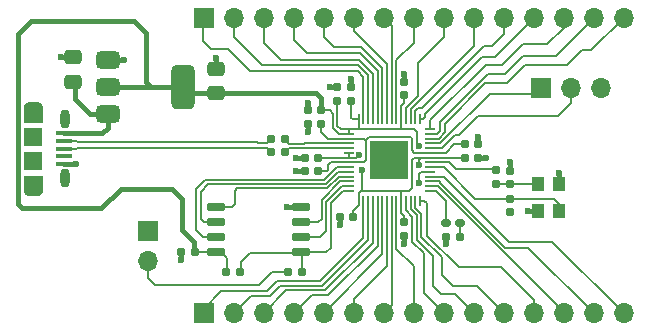
<source format=gbr>
%TF.GenerationSoftware,KiCad,Pcbnew,8.0.2*%
%TF.CreationDate,2024-09-05T22:56:16-06:00*%
%TF.ProjectId,2024_June_RP2040,32303234-5f4a-4756-9e65-5f5250323034,rev?*%
%TF.SameCoordinates,Original*%
%TF.FileFunction,Copper,L1,Top*%
%TF.FilePolarity,Positive*%
%FSLAX46Y46*%
G04 Gerber Fmt 4.6, Leading zero omitted, Abs format (unit mm)*
G04 Created by KiCad (PCBNEW 8.0.2) date 2024-09-05 22:56:16*
%MOMM*%
%LPD*%
G01*
G04 APERTURE LIST*
G04 Aperture macros list*
%AMRoundRect*
0 Rectangle with rounded corners*
0 $1 Rounding radius*
0 $2 $3 $4 $5 $6 $7 $8 $9 X,Y pos of 4 corners*
0 Add a 4 corners polygon primitive as box body*
4,1,4,$2,$3,$4,$5,$6,$7,$8,$9,$2,$3,0*
0 Add four circle primitives for the rounded corners*
1,1,$1+$1,$2,$3*
1,1,$1+$1,$4,$5*
1,1,$1+$1,$6,$7*
1,1,$1+$1,$8,$9*
0 Add four rect primitives between the rounded corners*
20,1,$1+$1,$2,$3,$4,$5,0*
20,1,$1+$1,$4,$5,$6,$7,0*
20,1,$1+$1,$6,$7,$8,$9,0*
20,1,$1+$1,$8,$9,$2,$3,0*%
G04 Aperture macros list end*
%TA.AperFunction,EtchedComponent*%
%ADD10C,0.010000*%
%TD*%
%TA.AperFunction,SMDPad,CuDef*%
%ADD11RoundRect,0.155000X-0.212500X-0.155000X0.212500X-0.155000X0.212500X0.155000X-0.212500X0.155000X0*%
%TD*%
%TA.AperFunction,ComponentPad*%
%ADD12R,1.700000X1.700000*%
%TD*%
%TA.AperFunction,ComponentPad*%
%ADD13O,1.700000X1.700000*%
%TD*%
%TA.AperFunction,SMDPad,CuDef*%
%ADD14RoundRect,0.160000X0.197500X0.160000X-0.197500X0.160000X-0.197500X-0.160000X0.197500X-0.160000X0*%
%TD*%
%TA.AperFunction,SMDPad,CuDef*%
%ADD15RoundRect,0.160000X-0.197500X-0.160000X0.197500X-0.160000X0.197500X0.160000X-0.197500X0.160000X0*%
%TD*%
%TA.AperFunction,SMDPad,CuDef*%
%ADD16RoundRect,0.160000X0.222500X0.160000X-0.222500X0.160000X-0.222500X-0.160000X0.222500X-0.160000X0*%
%TD*%
%TA.AperFunction,SMDPad,CuDef*%
%ADD17RoundRect,0.160000X-0.160000X0.197500X-0.160000X-0.197500X0.160000X-0.197500X0.160000X0.197500X0*%
%TD*%
%TA.AperFunction,SMDPad,CuDef*%
%ADD18R,1.050000X1.300000*%
%TD*%
%TA.AperFunction,SMDPad,CuDef*%
%ADD19RoundRect,0.155000X0.212500X0.155000X-0.212500X0.155000X-0.212500X-0.155000X0.212500X-0.155000X0*%
%TD*%
%TA.AperFunction,SMDPad,CuDef*%
%ADD20R,1.350000X0.400000*%
%TD*%
%TA.AperFunction,ComponentPad*%
%ADD21O,0.800000X1.600000*%
%TD*%
%TA.AperFunction,ComponentPad*%
%ADD22O,1.500000X0.750000*%
%TD*%
%TA.AperFunction,SMDPad,CuDef*%
%ADD23R,1.550000X1.500000*%
%TD*%
%TA.AperFunction,SMDPad,CuDef*%
%ADD24RoundRect,0.155000X-0.155000X0.212500X-0.155000X-0.212500X0.155000X-0.212500X0.155000X0.212500X0*%
%TD*%
%TA.AperFunction,SMDPad,CuDef*%
%ADD25RoundRect,0.155000X0.155000X-0.212500X0.155000X0.212500X-0.155000X0.212500X-0.155000X-0.212500X0*%
%TD*%
%TA.AperFunction,SMDPad,CuDef*%
%ADD26RoundRect,0.250000X0.475000X-0.337500X0.475000X0.337500X-0.475000X0.337500X-0.475000X-0.337500X0*%
%TD*%
%TA.AperFunction,SMDPad,CuDef*%
%ADD27RoundRect,0.150000X0.650000X0.150000X-0.650000X0.150000X-0.650000X-0.150000X0.650000X-0.150000X0*%
%TD*%
%TA.AperFunction,SMDPad,CuDef*%
%ADD28RoundRect,0.375000X-0.625000X-0.375000X0.625000X-0.375000X0.625000X0.375000X-0.625000X0.375000X0*%
%TD*%
%TA.AperFunction,SMDPad,CuDef*%
%ADD29RoundRect,0.500000X-0.500000X-1.400000X0.500000X-1.400000X0.500000X1.400000X-0.500000X1.400000X0*%
%TD*%
%TA.AperFunction,SMDPad,CuDef*%
%ADD30RoundRect,0.050000X0.050000X-0.387500X0.050000X0.387500X-0.050000X0.387500X-0.050000X-0.387500X0*%
%TD*%
%TA.AperFunction,SMDPad,CuDef*%
%ADD31RoundRect,0.050000X0.387500X-0.050000X0.387500X0.050000X-0.387500X0.050000X-0.387500X-0.050000X0*%
%TD*%
%TA.AperFunction,HeatsinkPad*%
%ADD32R,3.200000X3.200000*%
%TD*%
%TA.AperFunction,ViaPad*%
%ADD33C,0.600000*%
%TD*%
%TA.AperFunction,Conductor*%
%ADD34C,0.152400*%
%TD*%
%TA.AperFunction,Conductor*%
%ADD35C,0.381000*%
%TD*%
%TA.AperFunction,Conductor*%
%ADD36C,0.203200*%
%TD*%
%TA.AperFunction,Conductor*%
%ADD37C,0.200000*%
%TD*%
G04 APERTURE END LIST*
D10*
%TO.C,J2*%
X86094600Y-64900800D02*
X86120600Y-64902800D01*
X86146600Y-64905800D01*
X86172600Y-64910800D01*
X86197600Y-64916800D01*
X86223600Y-64923800D01*
X86247600Y-64932800D01*
X86271600Y-64942800D01*
X86295600Y-64953800D01*
X86318600Y-64966800D01*
X86340600Y-64980800D01*
X86362600Y-64994800D01*
X86383600Y-65010800D01*
X86403600Y-65027800D01*
X86422600Y-65045800D01*
X86440600Y-65064800D01*
X86457600Y-65084800D01*
X86473600Y-65105800D01*
X86487600Y-65127800D01*
X86501600Y-65149800D01*
X86514600Y-65172800D01*
X86525600Y-65196800D01*
X86535600Y-65220800D01*
X86544600Y-65244800D01*
X86551600Y-65270800D01*
X86557600Y-65295800D01*
X86562600Y-65321800D01*
X86565600Y-65347800D01*
X86567600Y-65373800D01*
X86568600Y-65399800D01*
X86568600Y-66544800D01*
X85018600Y-66544800D01*
X85018600Y-65399800D01*
X85019600Y-65373800D01*
X85021600Y-65347800D01*
X85024600Y-65321800D01*
X85029600Y-65295800D01*
X85035600Y-65270800D01*
X85042600Y-65244800D01*
X85051600Y-65220800D01*
X85061600Y-65196800D01*
X85072600Y-65172800D01*
X85085600Y-65149800D01*
X85099600Y-65127800D01*
X85113600Y-65105800D01*
X85129600Y-65084800D01*
X85146600Y-65064800D01*
X85164600Y-65045800D01*
X85183600Y-65027800D01*
X85203600Y-65010800D01*
X85224600Y-64994800D01*
X85246600Y-64980800D01*
X85268600Y-64966800D01*
X85291600Y-64953800D01*
X85315600Y-64942800D01*
X85339600Y-64932800D01*
X85363600Y-64923800D01*
X85389600Y-64916800D01*
X85414600Y-64910800D01*
X85440600Y-64905800D01*
X85466600Y-64902800D01*
X85492600Y-64900800D01*
X85518600Y-64899800D01*
X86068600Y-64899800D01*
X86094600Y-64900800D01*
%TA.AperFunction,EtchedComponent*%
G36*
X86094600Y-64900800D02*
G01*
X86120600Y-64902800D01*
X86146600Y-64905800D01*
X86172600Y-64910800D01*
X86197600Y-64916800D01*
X86223600Y-64923800D01*
X86247600Y-64932800D01*
X86271600Y-64942800D01*
X86295600Y-64953800D01*
X86318600Y-64966800D01*
X86340600Y-64980800D01*
X86362600Y-64994800D01*
X86383600Y-65010800D01*
X86403600Y-65027800D01*
X86422600Y-65045800D01*
X86440600Y-65064800D01*
X86457600Y-65084800D01*
X86473600Y-65105800D01*
X86487600Y-65127800D01*
X86501600Y-65149800D01*
X86514600Y-65172800D01*
X86525600Y-65196800D01*
X86535600Y-65220800D01*
X86544600Y-65244800D01*
X86551600Y-65270800D01*
X86557600Y-65295800D01*
X86562600Y-65321800D01*
X86565600Y-65347800D01*
X86567600Y-65373800D01*
X86568600Y-65399800D01*
X86568600Y-66544800D01*
X85018600Y-66544800D01*
X85018600Y-65399800D01*
X85019600Y-65373800D01*
X85021600Y-65347800D01*
X85024600Y-65321800D01*
X85029600Y-65295800D01*
X85035600Y-65270800D01*
X85042600Y-65244800D01*
X85051600Y-65220800D01*
X85061600Y-65196800D01*
X85072600Y-65172800D01*
X85085600Y-65149800D01*
X85099600Y-65127800D01*
X85113600Y-65105800D01*
X85129600Y-65084800D01*
X85146600Y-65064800D01*
X85164600Y-65045800D01*
X85183600Y-65027800D01*
X85203600Y-65010800D01*
X85224600Y-64994800D01*
X85246600Y-64980800D01*
X85268600Y-64966800D01*
X85291600Y-64953800D01*
X85315600Y-64942800D01*
X85339600Y-64932800D01*
X85363600Y-64923800D01*
X85389600Y-64916800D01*
X85414600Y-64910800D01*
X85440600Y-64905800D01*
X85466600Y-64902800D01*
X85492600Y-64900800D01*
X85518600Y-64899800D01*
X86068600Y-64899800D01*
X86094600Y-64900800D01*
G37*
%TD.AperFunction*%
X86568600Y-72289800D02*
X86567600Y-72315800D01*
X86565600Y-72341800D01*
X86562600Y-72367800D01*
X86557600Y-72393800D01*
X86551600Y-72418800D01*
X86544600Y-72444800D01*
X86535600Y-72468800D01*
X86525600Y-72492800D01*
X86514600Y-72516800D01*
X86501600Y-72539800D01*
X86487600Y-72561800D01*
X86473600Y-72583800D01*
X86457600Y-72604800D01*
X86440600Y-72624800D01*
X86422600Y-72643800D01*
X86403600Y-72661800D01*
X86383600Y-72678800D01*
X86362600Y-72694800D01*
X86340600Y-72708800D01*
X86318600Y-72722800D01*
X86295600Y-72735800D01*
X86271600Y-72746800D01*
X86247600Y-72756800D01*
X86223600Y-72765800D01*
X86197600Y-72772800D01*
X86172600Y-72778800D01*
X86146600Y-72783800D01*
X86120600Y-72786800D01*
X86094600Y-72788800D01*
X86068600Y-72789800D01*
X85518600Y-72789800D01*
X85492600Y-72788800D01*
X85466600Y-72786800D01*
X85440600Y-72783800D01*
X85414600Y-72778800D01*
X85389600Y-72772800D01*
X85363600Y-72765800D01*
X85339600Y-72756800D01*
X85315600Y-72746800D01*
X85291600Y-72735800D01*
X85268600Y-72722800D01*
X85246600Y-72708800D01*
X85224600Y-72694800D01*
X85203600Y-72678800D01*
X85183600Y-72661800D01*
X85164600Y-72643800D01*
X85146600Y-72624800D01*
X85129600Y-72604800D01*
X85113600Y-72583800D01*
X85099600Y-72561800D01*
X85085600Y-72539800D01*
X85072600Y-72516800D01*
X85061600Y-72492800D01*
X85051600Y-72468800D01*
X85042600Y-72444800D01*
X85035600Y-72418800D01*
X85029600Y-72393800D01*
X85024600Y-72367800D01*
X85021600Y-72341800D01*
X85019600Y-72315800D01*
X85018600Y-72289800D01*
X85018600Y-71144800D01*
X86568600Y-71144800D01*
X86568600Y-72289800D01*
%TA.AperFunction,EtchedComponent*%
G36*
X86568600Y-72289800D02*
G01*
X86567600Y-72315800D01*
X86565600Y-72341800D01*
X86562600Y-72367800D01*
X86557600Y-72393800D01*
X86551600Y-72418800D01*
X86544600Y-72444800D01*
X86535600Y-72468800D01*
X86525600Y-72492800D01*
X86514600Y-72516800D01*
X86501600Y-72539800D01*
X86487600Y-72561800D01*
X86473600Y-72583800D01*
X86457600Y-72604800D01*
X86440600Y-72624800D01*
X86422600Y-72643800D01*
X86403600Y-72661800D01*
X86383600Y-72678800D01*
X86362600Y-72694800D01*
X86340600Y-72708800D01*
X86318600Y-72722800D01*
X86295600Y-72735800D01*
X86271600Y-72746800D01*
X86247600Y-72756800D01*
X86223600Y-72765800D01*
X86197600Y-72772800D01*
X86172600Y-72778800D01*
X86146600Y-72783800D01*
X86120600Y-72786800D01*
X86094600Y-72788800D01*
X86068600Y-72789800D01*
X85518600Y-72789800D01*
X85492600Y-72788800D01*
X85466600Y-72786800D01*
X85440600Y-72783800D01*
X85414600Y-72778800D01*
X85389600Y-72772800D01*
X85363600Y-72765800D01*
X85339600Y-72756800D01*
X85315600Y-72746800D01*
X85291600Y-72735800D01*
X85268600Y-72722800D01*
X85246600Y-72708800D01*
X85224600Y-72694800D01*
X85203600Y-72678800D01*
X85183600Y-72661800D01*
X85164600Y-72643800D01*
X85146600Y-72624800D01*
X85129600Y-72604800D01*
X85113600Y-72583800D01*
X85099600Y-72561800D01*
X85085600Y-72539800D01*
X85072600Y-72516800D01*
X85061600Y-72492800D01*
X85051600Y-72468800D01*
X85042600Y-72444800D01*
X85035600Y-72418800D01*
X85029600Y-72393800D01*
X85024600Y-72367800D01*
X85021600Y-72341800D01*
X85019600Y-72315800D01*
X85018600Y-72289800D01*
X85018600Y-71144800D01*
X86568600Y-71144800D01*
X86568600Y-72289800D01*
G37*
%TD.AperFunction*%
%TD*%
D11*
%TO.P,C9,1*%
%TO.N,+3.3V*%
X122351800Y-69596000D03*
%TO.P,C9,2*%
%TO.N,GND*%
X123486800Y-69596000D03*
%TD*%
D12*
%TO.P,J1,1,Pin_1*%
%TO.N,GND*%
X95580200Y-75844400D03*
D13*
%TO.P,J1,2,Pin_2*%
%TO.N,/USB_BOOT*%
X95580200Y-78384400D03*
%TD*%
D14*
%TO.P,R3,1*%
%TO.N,/MCU_USB_D+*%
X107150500Y-69164200D03*
%TO.P,R3,2*%
%TO.N,/USB_D+*%
X105955500Y-69164200D03*
%TD*%
D15*
%TO.P,R2,1*%
%TO.N,+3.3V*%
X102170900Y-79248000D03*
%TO.P,R2,2*%
%TO.N,/QSPI_SS*%
X103365900Y-79248000D03*
%TD*%
D16*
%TO.P,D1,1,K*%
%TO.N,Net-(D1-K)*%
X121947000Y-75133200D03*
%TO.P,D1,2,A*%
%TO.N,/GPIO_12*%
X120802000Y-75133200D03*
%TD*%
D17*
%TO.P,R5,1*%
%TO.N,/XOUT*%
X124965400Y-70674900D03*
%TO.P,R5,2*%
%TO.N,Net-(Y2-CRYSTAL_2)*%
X124965400Y-71869900D03*
%TD*%
D18*
%TO.P,Y2,1,CRYSTAL_1*%
%TO.N,/XIN*%
X130324800Y-74142600D03*
%TO.P,Y2,2,GND_1*%
%TO.N,GND*%
X130324800Y-71842600D03*
%TO.P,Y2,3,CRYSTAL_2*%
%TO.N,Net-(Y2-CRYSTAL_2)*%
X128574800Y-71842600D03*
%TO.P,Y2,4,GND_2*%
%TO.N,GND*%
X128574800Y-74142600D03*
%TD*%
D19*
%TO.P,C13,1*%
%TO.N,+3.3V*%
X110219300Y-65608200D03*
%TO.P,C13,2*%
%TO.N,GND*%
X109084300Y-65608200D03*
%TD*%
D11*
%TO.P,C12,1*%
%TO.N,GND*%
X109084300Y-66776600D03*
%TO.P,C12,2*%
%TO.N,+1V1*%
X110219300Y-66776600D03*
%TD*%
D14*
%TO.P,R1,1*%
%TO.N,/QSPI_SS*%
X108572900Y-79273400D03*
%TO.P,R1,2*%
%TO.N,/USB_BOOT*%
X107377900Y-79273400D03*
%TD*%
D20*
%TO.P,J2,1,1*%
%TO.N,+5V*%
X88468600Y-67544800D03*
%TO.P,J2,2,2*%
%TO.N,/USB_D-*%
X88468600Y-68194800D03*
%TO.P,J2,3,3*%
%TO.N,/USB_D+*%
X88468600Y-68844800D03*
%TO.P,J2,4,4*%
%TO.N,unconnected-(J2-Pad4)*%
X88468600Y-69494800D03*
%TO.P,J2,5,5*%
%TO.N,GND*%
X88468600Y-70144800D03*
D21*
%TO.P,J2,S1,SHIELD*%
%TO.N,unconnected-(J2-SHIELD-PadS1)*%
X88493600Y-66344800D03*
%TO.P,J2,S2,SHIELD__1*%
%TO.N,unconnected-(J2-SHIELD__1-PadS2)*%
X88493600Y-71344800D03*
D22*
%TO.P,J2,S3,SHIELD__2*%
%TO.N,unconnected-(J2-SHIELD__2-PadS3)*%
X85793600Y-65319800D03*
D23*
%TO.P,J2,S4,SHIELD__3*%
%TO.N,unconnected-(J2-SHIELD__3-PadS4)*%
X85793600Y-67844800D03*
%TO.P,J2,S5,SHIELD__4*%
%TO.N,unconnected-(J2-SHIELD__4-PadS5)*%
X85793600Y-69844800D03*
D22*
%TO.P,J2,S6,SHIELD__5*%
%TO.N,unconnected-(J2-SHIELD__5-PadS6)*%
X85793600Y-72369800D03*
%TD*%
D24*
%TO.P,C6,1*%
%TO.N,+3.3V*%
X117246400Y-75073700D03*
%TO.P,C6,2*%
%TO.N,GND*%
X117246400Y-76208700D03*
%TD*%
D25*
%TO.P,C5,1*%
%TO.N,+3.3V*%
X117246400Y-64312800D03*
%TO.P,C5,2*%
%TO.N,GND*%
X117246400Y-63177800D03*
%TD*%
D26*
%TO.P,C1,1*%
%TO.N,+5V*%
X89204800Y-63165900D03*
%TO.P,C1,2*%
%TO.N,GND*%
X89204800Y-61090900D03*
%TD*%
D12*
%TO.P,J3,1,Pin_1*%
%TO.N,/GPIO_0*%
X100253800Y-82759600D03*
D13*
%TO.P,J3,2,Pin_2*%
%TO.N,/GPIO_1*%
X102793800Y-82759600D03*
%TO.P,J3,3,Pin_3*%
%TO.N,/GPIO_2*%
X105333800Y-82759600D03*
%TO.P,J3,4,Pin_4*%
%TO.N,/GPIO_3*%
X107873800Y-82759600D03*
%TO.P,J3,5,Pin_5*%
%TO.N,/GPIO_4*%
X110413800Y-82759600D03*
%TO.P,J3,6,Pin_6*%
%TO.N,/GPIO_5*%
X112953800Y-82759600D03*
%TO.P,J3,7,Pin_7*%
%TO.N,/GPIO_6*%
X115493800Y-82759600D03*
%TO.P,J3,8,Pin_8*%
%TO.N,/GPIO_7*%
X118033800Y-82759600D03*
%TO.P,J3,9,Pin_9*%
%TO.N,/GPIO_8*%
X120573800Y-82759600D03*
%TO.P,J3,10,Pin_10*%
%TO.N,/GPIO_9*%
X123113800Y-82759600D03*
%TO.P,J3,11,Pin_11*%
%TO.N,/GPIO_10*%
X125653800Y-82759600D03*
%TO.P,J3,12,Pin_12*%
%TO.N,/GPIO_11*%
X128193800Y-82759600D03*
%TO.P,J3,13,Pin_13*%
%TO.N,/GPIO_13*%
X130733800Y-82759600D03*
%TO.P,J3,14,Pin_14*%
%TO.N,/GPIO_14*%
X133273800Y-82759600D03*
%TO.P,J3,15,Pin_15*%
%TO.N,/GPIO_15*%
X135813800Y-82759600D03*
%TD*%
D15*
%TO.P,R6,1*%
%TO.N,GND*%
X120789100Y-76301600D03*
%TO.P,R6,2*%
%TO.N,Net-(D1-K)*%
X121984100Y-76301600D03*
%TD*%
D14*
%TO.P,R4,1*%
%TO.N,/MCU_USB_D-*%
X107137900Y-68046600D03*
%TO.P,R4,2*%
%TO.N,/USB_D-*%
X105942900Y-68046600D03*
%TD*%
D11*
%TO.P,C14,1*%
%TO.N,+1V1*%
X122351800Y-68478400D03*
%TO.P,C14,2*%
%TO.N,GND*%
X123486800Y-68478400D03*
%TD*%
D25*
%TO.P,C3,1*%
%TO.N,+3.3V*%
X111582200Y-64778700D03*
%TO.P,C3,2*%
%TO.N,GND*%
X111582200Y-63643700D03*
%TD*%
D27*
%TO.P,U3,1,~{CS}*%
%TO.N,/QSPI_SS*%
X108476600Y-77597000D03*
%TO.P,U3,2,DO(IO1)*%
%TO.N,/QSPI_SD1*%
X108476600Y-76327000D03*
%TO.P,U3,3,IO2*%
%TO.N,/QSPI_SD2*%
X108476600Y-75057000D03*
%TO.P,U3,4,GND*%
%TO.N,GND*%
X108476600Y-73787000D03*
%TO.P,U3,5,DI(IO0)*%
%TO.N,/QSPI_SD0*%
X101276600Y-73787000D03*
%TO.P,U3,6,CLK*%
%TO.N,/QSPI_CLK*%
X101276600Y-75057000D03*
%TO.P,U3,7,IO3*%
%TO.N,/QSPI_SD3*%
X101276600Y-76327000D03*
%TO.P,U3,8,VCC*%
%TO.N,+3.3V*%
X101276600Y-77597000D03*
%TD*%
D19*
%TO.P,C11,1*%
%TO.N,+3.3V*%
X99500500Y-77622400D03*
%TO.P,C11,2*%
%TO.N,GND*%
X98365500Y-77622400D03*
%TD*%
D28*
%TO.P,U1,1,GND*%
%TO.N,GND*%
X92176200Y-61313700D03*
%TO.P,U1,2,VO*%
%TO.N,+3.3V*%
X92176200Y-63613700D03*
D29*
X98476200Y-63613700D03*
D28*
%TO.P,U1,3,VI*%
%TO.N,+5V*%
X92176200Y-65913700D03*
%TD*%
D25*
%TO.P,C17,1*%
%TO.N,GND*%
X126212600Y-74227500D03*
%TO.P,C17,2*%
%TO.N,/XIN*%
X126212600Y-73092500D03*
%TD*%
D26*
%TO.P,C2,1*%
%TO.N,+3.3V*%
X101269800Y-64131100D03*
%TO.P,C2,2*%
%TO.N,GND*%
X101269800Y-62056100D03*
%TD*%
D25*
%TO.P,C4,1*%
%TO.N,+3.3V*%
X112750600Y-64778700D03*
%TO.P,C4,2*%
%TO.N,GND*%
X112750600Y-63643700D03*
%TD*%
D19*
%TO.P,C8,1*%
%TO.N,+3.3V*%
X109931200Y-69621400D03*
%TO.P,C8,2*%
%TO.N,GND*%
X108796200Y-69621400D03*
%TD*%
D12*
%TO.P,J5,1,Pin_1*%
%TO.N,/SWD*%
X128778000Y-63677800D03*
D13*
%TO.P,J5,2,Pin_2*%
%TO.N,/SWCLK*%
X131318000Y-63677800D03*
%TO.P,J5,3,Pin_3*%
%TO.N,GND*%
X133858000Y-63677800D03*
%TD*%
D19*
%TO.P,C7,1*%
%TO.N,+3.3V*%
X112937100Y-74650600D03*
%TO.P,C7,2*%
%TO.N,GND*%
X111802100Y-74650600D03*
%TD*%
D30*
%TO.P,U2,1,IOVDD*%
%TO.N,+3.3V*%
X113376400Y-73236700D03*
%TO.P,U2,2,GPIO0*%
%TO.N,/GPIO_0*%
X113776400Y-73236700D03*
%TO.P,U2,3,GPIO1*%
%TO.N,/GPIO_1*%
X114176400Y-73236700D03*
%TO.P,U2,4,GPIO2*%
%TO.N,/GPIO_2*%
X114576400Y-73236700D03*
%TO.P,U2,5,GPIO3*%
%TO.N,/GPIO_3*%
X114976400Y-73236700D03*
%TO.P,U2,6,GPIO4*%
%TO.N,/GPIO_4*%
X115376400Y-73236700D03*
%TO.P,U2,7,GPIO5*%
%TO.N,/GPIO_5*%
X115776400Y-73236700D03*
%TO.P,U2,8,GPIO6*%
%TO.N,/GPIO_6*%
X116176400Y-73236700D03*
%TO.P,U2,9,GPIO7*%
%TO.N,/GPIO_7*%
X116576400Y-73236700D03*
%TO.P,U2,10,IOVDD*%
%TO.N,+3.3V*%
X116976400Y-73236700D03*
%TO.P,U2,11,GPIO8*%
%TO.N,/GPIO_8*%
X117376400Y-73236700D03*
%TO.P,U2,12,GPIO9*%
%TO.N,/GPIO_9*%
X117776400Y-73236700D03*
%TO.P,U2,13,GPIO10*%
%TO.N,/GPIO_10*%
X118176400Y-73236700D03*
%TO.P,U2,14,GPIO11*%
%TO.N,/GPIO_11*%
X118576400Y-73236700D03*
D31*
%TO.P,U2,15,GPIO12*%
%TO.N,/GPIO_12*%
X119413900Y-72399200D03*
%TO.P,U2,16,GPIO13*%
%TO.N,/GPIO_13*%
X119413900Y-71999200D03*
%TO.P,U2,17,GPIO14*%
%TO.N,/GPIO_14*%
X119413900Y-71599200D03*
%TO.P,U2,18,GPIO15*%
%TO.N,/GPIO_15*%
X119413900Y-71199200D03*
%TO.P,U2,19,TESTEN*%
%TO.N,GND*%
X119413900Y-70799200D03*
%TO.P,U2,20,XIN*%
%TO.N,/XIN*%
X119413900Y-70399200D03*
%TO.P,U2,21,XOUT*%
%TO.N,/XOUT*%
X119413900Y-69999200D03*
%TO.P,U2,22,IOVDD*%
%TO.N,+3.3V*%
X119413900Y-69599200D03*
%TO.P,U2,23,DVDD*%
%TO.N,+1V1*%
X119413900Y-69199200D03*
%TO.P,U2,24,SWCLK*%
%TO.N,/SWCLK*%
X119413900Y-68799200D03*
%TO.P,U2,25,SWD*%
%TO.N,/SWD*%
X119413900Y-68399200D03*
%TO.P,U2,26,RUN*%
%TO.N,/RUN*%
X119413900Y-67999200D03*
%TO.P,U2,27,GPIO16*%
%TO.N,/GPIO_16*%
X119413900Y-67599200D03*
%TO.P,U2,28,GPIO17*%
%TO.N,/GPIO_17*%
X119413900Y-67199200D03*
D30*
%TO.P,U2,29,GPIO18*%
%TO.N,/GPIO_18*%
X118576400Y-66361700D03*
%TO.P,U2,30,GPIO19*%
%TO.N,/GPIO_19*%
X118176400Y-66361700D03*
%TO.P,U2,31,GPIO20*%
%TO.N,/GPIO_20*%
X117776400Y-66361700D03*
%TO.P,U2,32,GPIO21*%
%TO.N,/GPIO_21*%
X117376400Y-66361700D03*
%TO.P,U2,33,IOVDD*%
%TO.N,+3.3V*%
X116976400Y-66361700D03*
%TO.P,U2,34,GPIO22*%
%TO.N,/GPIO_22*%
X116576400Y-66361700D03*
%TO.P,U2,35,GPIO23*%
%TO.N,/GPIO_23*%
X116176400Y-66361700D03*
%TO.P,U2,36,GPIO24*%
%TO.N,/GPIO_24*%
X115776400Y-66361700D03*
%TO.P,U2,37,GPIO25*%
%TO.N,/GPIO_25*%
X115376400Y-66361700D03*
%TO.P,U2,38,GPIO26_ADC0*%
%TO.N,/GPIO_ADC0*%
X114976400Y-66361700D03*
%TO.P,U2,39,GPIO27_ADC1*%
%TO.N,/GPIO_ADC1*%
X114576400Y-66361700D03*
%TO.P,U2,40,GPIO28_ADC2*%
%TO.N,/GPIO_ADC2*%
X114176400Y-66361700D03*
%TO.P,U2,41,GPIO29_ADC3*%
%TO.N,/GPIO_ADC3*%
X113776400Y-66361700D03*
%TO.P,U2,42,IOVDD*%
%TO.N,+3.3V*%
X113376400Y-66361700D03*
D31*
%TO.P,U2,43,ADC_AVDD*%
X112538900Y-67199200D03*
%TO.P,U2,44,VREG_IN*%
X112538900Y-67599200D03*
%TO.P,U2,45,VREG_VOUT*%
%TO.N,+1V1*%
X112538900Y-67999200D03*
%TO.P,U2,46,USB_DM*%
%TO.N,/MCU_USB_D-*%
X112538900Y-68399200D03*
%TO.P,U2,47,USB_DP*%
%TO.N,/MCU_USB_D+*%
X112538900Y-68799200D03*
%TO.P,U2,48,USB_VDD*%
%TO.N,+3.3V*%
X112538900Y-69199200D03*
%TO.P,U2,49,IOVDD*%
X112538900Y-69599200D03*
%TO.P,U2,50,DVDD*%
%TO.N,+1V1*%
X112538900Y-69999200D03*
%TO.P,U2,51,QSPI_SD3*%
%TO.N,/QSPI_SD3*%
X112538900Y-70399200D03*
%TO.P,U2,52,QSPI_SCLK*%
%TO.N,/QSPI_CLK*%
X112538900Y-70799200D03*
%TO.P,U2,53,QSPI_SD0*%
%TO.N,/QSPI_SD0*%
X112538900Y-71199200D03*
%TO.P,U2,54,QSPI_SD2*%
%TO.N,/QSPI_SD2*%
X112538900Y-71599200D03*
%TO.P,U2,55,QSPI_SD1*%
%TO.N,/QSPI_SD1*%
X112538900Y-71999200D03*
%TO.P,U2,56,QSPI_SS*%
%TO.N,/QSPI_SS*%
X112538900Y-72399200D03*
D32*
%TO.P,U2,57,GND*%
%TO.N,GND*%
X115976400Y-69799200D03*
%TD*%
D24*
%TO.P,C16,1*%
%TO.N,GND*%
X126184600Y-70696200D03*
%TO.P,C16,2*%
%TO.N,Net-(Y2-CRYSTAL_2)*%
X126184600Y-71831200D03*
%TD*%
D12*
%TO.P,J4,1,Pin_1*%
%TO.N,/GPIO_ADC3*%
X100253800Y-57759600D03*
D13*
%TO.P,J4,2,Pin_2*%
%TO.N,/GPIO_ADC2*%
X102793800Y-57759600D03*
%TO.P,J4,3,Pin_3*%
%TO.N,/GPIO_ADC1*%
X105333800Y-57759600D03*
%TO.P,J4,4,Pin_4*%
%TO.N,/GPIO_ADC0*%
X107873800Y-57759600D03*
%TO.P,J4,5,Pin_5*%
%TO.N,/GPIO_25*%
X110413800Y-57759600D03*
%TO.P,J4,6,Pin_6*%
%TO.N,/GPIO_24*%
X112953800Y-57759600D03*
%TO.P,J4,7,Pin_7*%
%TO.N,/GPIO_23*%
X115493800Y-57759600D03*
%TO.P,J4,8,Pin_8*%
%TO.N,/GPIO_22*%
X118033800Y-57759600D03*
%TO.P,J4,9,Pin_9*%
%TO.N,/GPIO_21*%
X120573800Y-57759600D03*
%TO.P,J4,10,Pin_10*%
%TO.N,/GPIO_20*%
X123113800Y-57759600D03*
%TO.P,J4,11,Pin_11*%
%TO.N,/GPIO_19*%
X125653800Y-57759600D03*
%TO.P,J4,12,Pin_12*%
%TO.N,/GPIO_18*%
X128193800Y-57759600D03*
%TO.P,J4,13,Pin_13*%
%TO.N,/GPIO_17*%
X130733800Y-57759600D03*
%TO.P,J4,14,Pin_14*%
%TO.N,/GPIO_16*%
X133273800Y-57759600D03*
%TO.P,J4,15,Pin_15*%
%TO.N,/RUN*%
X135813800Y-57759600D03*
%TD*%
D19*
%TO.P,C15,1*%
%TO.N,+1V1*%
X109931200Y-70739000D03*
%TO.P,C15,2*%
%TO.N,GND*%
X108796200Y-70739000D03*
%TD*%
D33*
%TO.N,GND*%
X118465600Y-71780400D03*
%TO.N,+3.3V*%
X118465600Y-70205600D03*
X118465600Y-68605400D03*
X113665000Y-70612000D03*
X113436400Y-69342000D03*
%TO.N,GND*%
X108102400Y-69621400D03*
X115951000Y-69850000D03*
X88138000Y-61112400D03*
X109067600Y-64973200D03*
X126187200Y-70002400D03*
X117246400Y-62484000D03*
X126238000Y-74193400D03*
X123469400Y-67843400D03*
X114833400Y-68707000D03*
X127711200Y-74117200D03*
X107340400Y-73787000D03*
X93497400Y-61315600D03*
X120790300Y-76936600D03*
X117094000Y-68732400D03*
X117246400Y-76885800D03*
X117119400Y-70916800D03*
X101295200Y-61137800D03*
X112750600Y-62941200D03*
X110947200Y-63627000D03*
X98348800Y-78257400D03*
X130302000Y-70866000D03*
X124180600Y-69621400D03*
X109067600Y-67411600D03*
X89484200Y-70154800D03*
X114808000Y-70942200D03*
X111810800Y-75285600D03*
X108102400Y-70739000D03*
%TD*%
D34*
%TO.N,GND*%
X118465600Y-70993000D02*
X118465600Y-71780400D01*
X118659400Y-70799200D02*
X118465600Y-70993000D01*
X119413900Y-70799200D02*
X118659400Y-70799200D01*
%TO.N,+3.3V*%
X118465600Y-70205600D02*
X118465600Y-69827800D01*
X118465600Y-69827800D02*
X118694200Y-69599200D01*
X119413900Y-69599200D02*
X118694200Y-69599200D01*
X118694200Y-69599200D02*
X118030600Y-69599200D01*
X118338600Y-68478400D02*
X118465600Y-68605400D01*
X118338600Y-67437000D02*
X118338600Y-68478400D01*
X118100800Y-67199200D02*
X118338600Y-67437000D01*
X116874600Y-67199200D02*
X118100800Y-67199200D01*
X116976400Y-67097400D02*
X116976400Y-66361700D01*
X116874600Y-67199200D02*
X116976400Y-67097400D01*
X113242400Y-67199200D02*
X116874600Y-67199200D01*
X113376400Y-67065200D02*
X113376400Y-66361700D01*
X112538900Y-67199200D02*
X113242400Y-67199200D01*
X113242400Y-67199200D02*
X113376400Y-67065200D01*
X112538900Y-67199200D02*
X112538900Y-67599200D01*
X112538900Y-69199200D02*
X112538900Y-69599200D01*
X113665000Y-72288400D02*
X113538000Y-72415400D01*
X113179200Y-69599200D02*
X113436400Y-69342000D01*
X112538900Y-69599200D02*
X113179200Y-69599200D01*
X113665000Y-70612000D02*
X113665000Y-72288400D01*
X117602000Y-72415400D02*
X116865400Y-72415400D01*
X117856000Y-72161400D02*
X117602000Y-72415400D01*
X118030600Y-69599200D02*
X117856000Y-69773800D01*
X117856000Y-69773800D02*
X117856000Y-72161400D01*
X116865400Y-72415400D02*
X116976400Y-72526400D01*
X116976400Y-72526400D02*
X116976400Y-73236700D01*
X113538000Y-72415400D02*
X116865400Y-72415400D01*
X113376400Y-72577000D02*
X113538000Y-72415400D01*
X113376400Y-73236700D02*
X113376400Y-72577000D01*
%TO.N,+1V1*%
X118094200Y-69199200D02*
X119413900Y-69199200D01*
X117856000Y-68961000D02*
X118094200Y-69199200D01*
X117856000Y-67970400D02*
X117856000Y-68961000D01*
X117754400Y-67868800D02*
X117856000Y-67970400D01*
X114223800Y-67868800D02*
X117754400Y-67868800D01*
X114020600Y-68072000D02*
X114223800Y-67868800D01*
X114020600Y-68173600D02*
X114020600Y-68072000D01*
X113846200Y-67999200D02*
X112538900Y-67999200D01*
X114020600Y-69824600D02*
X114020600Y-68173600D01*
X113846000Y-69999200D02*
X114020600Y-69824600D01*
X114020600Y-68173600D02*
X113846200Y-67999200D01*
X112538900Y-69999200D02*
X113846000Y-69999200D01*
D35*
%TO.N,GND*%
X127711200Y-74117200D02*
X128549400Y-74117200D01*
X108796200Y-69621400D02*
X108102400Y-69621400D01*
X111319500Y-63643700D02*
X111302800Y-63627000D01*
X111802100Y-75276900D02*
X111810800Y-75285600D01*
X111302800Y-63627000D02*
X110947200Y-63627000D01*
X101295200Y-62030700D02*
X101269800Y-62056100D01*
X128549400Y-74117200D02*
X128574800Y-74142600D01*
X109084300Y-64989900D02*
X109084300Y-65608200D01*
X108476600Y-73787000D02*
X107340400Y-73787000D01*
X123486800Y-68478400D02*
X123486800Y-67860800D01*
X120789100Y-76301600D02*
X120789100Y-76935400D01*
X108796200Y-70739000D02*
X108102400Y-70739000D01*
X126187200Y-70002400D02*
X126187200Y-70693600D01*
X124180600Y-69621400D02*
X123512200Y-69621400D01*
X112750600Y-62941200D02*
X112750600Y-63643700D01*
X120789100Y-76935400D02*
X120790300Y-76936600D01*
X98365500Y-77622400D02*
X98365500Y-78240700D01*
X111582200Y-63643700D02*
X111319500Y-63643700D01*
X130302000Y-70866000D02*
X130324800Y-70888800D01*
X117246400Y-76208700D02*
X117246400Y-76885800D01*
X109084300Y-67394900D02*
X109067600Y-67411600D01*
X92178100Y-61315600D02*
X92176200Y-61313700D01*
X123512200Y-69621400D02*
X123486800Y-69596000D01*
X123486800Y-67860800D02*
X123469400Y-67843400D01*
X88478600Y-70154800D02*
X88468600Y-70144800D01*
X98365500Y-78240700D02*
X98348800Y-78257400D01*
X89204800Y-61090900D02*
X88159500Y-61090900D01*
X93497400Y-61315600D02*
X92178100Y-61315600D01*
X89484200Y-70154800D02*
X88478600Y-70154800D01*
X109084300Y-66776600D02*
X109084300Y-67394900D01*
X101295200Y-61137800D02*
X101295200Y-62030700D01*
X126187200Y-70693600D02*
X126184600Y-70696200D01*
X117246400Y-62484000D02*
X117246400Y-63177800D01*
X130324800Y-70888800D02*
X130324800Y-71842600D01*
X111802100Y-74650600D02*
X111802100Y-75276900D01*
X88159500Y-61090900D02*
X88138000Y-61112400D01*
X109067600Y-64973200D02*
X109084300Y-64989900D01*
%TO.N,+3.3V*%
X99466400Y-76758800D02*
X99466400Y-77588300D01*
D34*
X112937100Y-74083100D02*
X112937100Y-74650600D01*
X113376400Y-73643800D02*
X112937100Y-74083100D01*
X119413900Y-69599200D02*
X122348600Y-69599200D01*
X117246400Y-64998600D02*
X117246400Y-64312800D01*
X110947200Y-65608200D02*
X110219300Y-65608200D01*
D35*
X84510500Y-73533000D02*
X84840700Y-73863200D01*
D34*
X116976400Y-66361700D02*
X116976400Y-65268600D01*
D35*
X95758000Y-63613700D02*
X95351600Y-63207300D01*
X94335600Y-58013600D02*
X85648800Y-58013600D01*
D34*
X111852400Y-67199200D02*
X111582200Y-66929000D01*
D35*
X93218000Y-72237600D02*
X97612200Y-72237600D01*
X85648800Y-58013600D02*
X84510500Y-59151900D01*
D34*
X111582200Y-66929000D02*
X111582200Y-64778700D01*
X111226600Y-65887600D02*
X110947200Y-65608200D01*
D35*
X84840700Y-73863200D02*
X91592400Y-73863200D01*
X109749500Y-64131100D02*
X110210600Y-64592200D01*
D34*
X113376400Y-73236700D02*
X113376400Y-73643800D01*
D36*
X102196300Y-78117100D02*
X102196300Y-79222600D01*
X112894500Y-66361700D02*
X113374800Y-66361700D01*
D35*
X98450400Y-75742800D02*
X99466400Y-76758800D01*
D36*
X112750600Y-66217800D02*
X112894500Y-66361700D01*
D35*
X110210600Y-65599500D02*
X110219300Y-65608200D01*
D34*
X117246400Y-75073700D02*
X117246400Y-74523600D01*
X111226600Y-67081400D02*
X111226600Y-65887600D01*
D36*
X112750600Y-64778700D02*
X112750600Y-66217800D01*
X101276600Y-77597000D02*
X101676200Y-77597000D01*
D35*
X101269800Y-64131100D02*
X98993600Y-64131100D01*
X101269800Y-64131100D02*
X109749500Y-64131100D01*
D36*
X102196300Y-79222600D02*
X102170900Y-79248000D01*
D35*
X84510500Y-59151900D02*
X84510500Y-73533000D01*
D36*
X99525900Y-77597000D02*
X99500500Y-77622400D01*
D35*
X98993600Y-64131100D02*
X98476200Y-63613700D01*
X110210600Y-64592200D02*
X110210600Y-65599500D01*
X92176200Y-63613700D02*
X98476200Y-63613700D01*
D34*
X116976400Y-74253600D02*
X116976400Y-73236700D01*
X112538900Y-67599200D02*
X111744400Y-67599200D01*
X117246400Y-74523600D02*
X116976400Y-74253600D01*
X116976400Y-65268600D02*
X117246400Y-64998600D01*
D35*
X97612200Y-72237600D02*
X98450400Y-73075800D01*
X99466400Y-77588300D02*
X99500500Y-77622400D01*
D34*
X109953400Y-69599200D02*
X109931200Y-69621400D01*
D35*
X95351600Y-59029600D02*
X94335600Y-58013600D01*
X91592400Y-73863200D02*
X93218000Y-72237600D01*
D36*
X101676200Y-77597000D02*
X102196300Y-78117100D01*
D35*
X98450400Y-73075800D02*
X98450400Y-75742800D01*
D34*
X112538900Y-67199200D02*
X111852400Y-67199200D01*
X122348600Y-69599200D02*
X122351800Y-69596000D01*
X111744400Y-67599200D02*
X111226600Y-67081400D01*
D36*
X101276600Y-77597000D02*
X99525900Y-77597000D01*
D35*
X95351600Y-63207300D02*
X95351600Y-59029600D01*
%TO.N,+5V*%
X92176600Y-67056000D02*
X92176200Y-67055600D01*
X89357200Y-63318300D02*
X89204800Y-63165900D01*
X92176200Y-65913700D02*
X90653300Y-65913700D01*
X92176200Y-67055600D02*
X92176200Y-65913700D01*
X90653300Y-65913700D02*
X89357200Y-64617600D01*
X91687800Y-67544800D02*
X92176600Y-67056000D01*
X89357200Y-64617600D02*
X89357200Y-63318300D01*
X88468600Y-67544800D02*
X91687800Y-67544800D01*
D34*
%TO.N,/SWCLK*%
X121564400Y-67691000D02*
X121843800Y-67691000D01*
X131318000Y-64998600D02*
X131318000Y-63677800D01*
X119413900Y-68799200D02*
X120456200Y-68799200D01*
X121843800Y-67691000D02*
X123444000Y-66090800D01*
X130225800Y-66090800D02*
X131318000Y-64998600D01*
X120456200Y-68799200D02*
X121564400Y-67691000D01*
X123444000Y-66090800D02*
X130225800Y-66090800D01*
%TO.N,/SWD*%
X119413900Y-68399200D02*
X120297400Y-68399200D01*
X120297400Y-68399200D02*
X124510800Y-64185800D01*
X128270000Y-64185800D02*
X128778000Y-63677800D01*
X124510800Y-64185800D02*
X128270000Y-64185800D01*
%TO.N,+1V1*%
X120767400Y-69199200D02*
X121488200Y-68478400D01*
X110667800Y-70739000D02*
X109931200Y-70739000D01*
X112538900Y-69999200D02*
X111026600Y-69999200D01*
X112538900Y-67999200D02*
X110798200Y-67999200D01*
X110769400Y-70256400D02*
X110769400Y-70637400D01*
X119413900Y-69199200D02*
X120767400Y-69199200D01*
X110210600Y-67411600D02*
X110219300Y-67402900D01*
X111026600Y-69999200D02*
X110769400Y-70256400D01*
X121488200Y-68478400D02*
X122351800Y-68478400D01*
X110219300Y-67402900D02*
X110219300Y-66776600D01*
X110798200Y-67999200D02*
X110210600Y-67411600D01*
X110769400Y-70637400D02*
X110667800Y-70739000D01*
D37*
%TO.N,/USB_D-*%
X105615401Y-68374099D02*
X105942900Y-68046600D01*
X89581101Y-68294800D02*
X104751238Y-68294800D01*
X104751238Y-68294800D02*
X104830537Y-68374099D01*
X89481101Y-68194800D02*
X89581101Y-68294800D01*
X104830537Y-68374099D02*
X105615401Y-68374099D01*
X88468600Y-68194800D02*
X89481101Y-68194800D01*
%TO.N,/USB_D+*%
X88468600Y-68844800D02*
X89481101Y-68844800D01*
X89581101Y-68744800D02*
X104571800Y-68744800D01*
X105615401Y-68824101D02*
X105955500Y-69164200D01*
X89481101Y-68844800D02*
X89581101Y-68744800D01*
X104651101Y-68824101D02*
X105615401Y-68824101D01*
X104571800Y-68744800D02*
X104651101Y-68824101D01*
D36*
%TO.N,/QSPI_SS*%
X103391300Y-78472700D02*
X103391300Y-79222600D01*
X103391300Y-78472700D02*
X104216200Y-77647800D01*
D34*
X112032840Y-72399200D02*
X110998000Y-73434040D01*
D36*
X104216200Y-77647800D02*
X108425800Y-77647800D01*
D34*
X108572900Y-77693300D02*
X108572900Y-79273400D01*
D36*
X103391300Y-79222600D02*
X103365900Y-79248000D01*
X108425800Y-77647800D02*
X108476600Y-77597000D01*
D34*
X110998000Y-77216000D02*
X110617000Y-77597000D01*
X112538900Y-72399200D02*
X112032840Y-72399200D01*
X108476600Y-77597000D02*
X108572900Y-77693300D01*
X110617000Y-77597000D02*
X108476600Y-77597000D01*
X110998000Y-73434040D02*
X110998000Y-77216000D01*
D36*
%TO.N,/USB_BOOT*%
X106019600Y-79273400D02*
X107377900Y-79273400D01*
X95580200Y-78384400D02*
X95580200Y-79806800D01*
X96139000Y-80365600D02*
X104927400Y-80365600D01*
X104927400Y-80365600D02*
X106019600Y-79273400D01*
X95580200Y-79806800D02*
X96139000Y-80365600D01*
D34*
%TO.N,/QSPI_SD1*%
X110588400Y-73345272D02*
X110588400Y-75822200D01*
X111934472Y-71999200D02*
X110588400Y-73345272D01*
X110109000Y-76301600D02*
X108502000Y-76301600D01*
X108502000Y-76301600D02*
X108476600Y-76327000D01*
X110588400Y-75822200D02*
X110109000Y-76301600D01*
X112538900Y-71999200D02*
X111934472Y-71999200D01*
%TO.N,/QSPI_CLK*%
X101276600Y-75057000D02*
X100253800Y-75057000D01*
X100253800Y-75057000D02*
X100025200Y-74828400D01*
X100025200Y-74828400D02*
X100025200Y-72491600D01*
X100025200Y-72491600D02*
X100660200Y-71856600D01*
X110581968Y-71856600D02*
X111639368Y-70799200D01*
X111639368Y-70799200D02*
X112538900Y-70799200D01*
X100660200Y-71856600D02*
X110581968Y-71856600D01*
%TO.N,/QSPI_SD2*%
X109956600Y-75057000D02*
X108476600Y-75057000D01*
X110236000Y-74777600D02*
X109956600Y-75057000D01*
X112538900Y-71599200D02*
X111836104Y-71599200D01*
X110236000Y-73199304D02*
X110236000Y-74777600D01*
X111836104Y-71599200D02*
X110236000Y-73199304D01*
%TO.N,/QSPI_SD3*%
X99644200Y-72263000D02*
X100406200Y-71501000D01*
X100406200Y-71501000D02*
X110439200Y-71501000D01*
X100228400Y-76327000D02*
X99644200Y-75742800D01*
X99644200Y-75742800D02*
X99644200Y-72263000D01*
X101276600Y-76327000D02*
X100228400Y-76327000D01*
X110439200Y-71501000D02*
X111541000Y-70399200D01*
X111541000Y-70399200D02*
X112538900Y-70399200D01*
%TO.N,/QSPI_SD0*%
X110724736Y-72212200D02*
X103073200Y-72212200D01*
X102870000Y-72415400D02*
X102870000Y-73533000D01*
X111737736Y-71199200D02*
X110724736Y-72212200D01*
X102616000Y-73787000D02*
X101276600Y-73787000D01*
X102870000Y-73533000D02*
X102616000Y-73787000D01*
X103073200Y-72212200D02*
X102870000Y-72415400D01*
X112538900Y-71199200D02*
X111737736Y-71199200D01*
%TO.N,/MCU_USB_D+*%
X107501800Y-68812900D02*
X107150500Y-69164200D01*
X108739400Y-68808600D02*
X108737400Y-68806600D01*
X111363000Y-68799200D02*
X111353600Y-68808600D01*
X112538900Y-68799200D02*
X111363000Y-68799200D01*
X107924600Y-68806600D02*
X107918300Y-68812900D01*
X107918300Y-68812900D02*
X107501800Y-68812900D01*
X108737400Y-68806600D02*
X107924600Y-68806600D01*
X111353600Y-68808600D02*
X108739400Y-68808600D01*
%TO.N,/MCU_USB_D-*%
X111331200Y-68399200D02*
X111328200Y-68402200D01*
X107770610Y-68404200D02*
X107764310Y-68410500D01*
X107764310Y-68410500D02*
X107501800Y-68410500D01*
X111328200Y-68402200D02*
X108739400Y-68402200D01*
X108737400Y-68404200D02*
X107770610Y-68404200D01*
X107501800Y-68410500D02*
X107137900Y-68046600D01*
X108739400Y-68402200D02*
X108737400Y-68404200D01*
X112538900Y-68399200D02*
X111331200Y-68399200D01*
%TO.N,/XOUT*%
X124877100Y-70586600D02*
X124965400Y-70674900D01*
X121027800Y-69999200D02*
X121615200Y-70586600D01*
X121615200Y-70586600D02*
X124877100Y-70586600D01*
X119413900Y-69999200D02*
X121027800Y-69999200D01*
%TO.N,/XIN*%
X126221300Y-73101200D02*
X126212600Y-73092500D01*
X123257500Y-73092500D02*
X126212600Y-73092500D01*
X130324800Y-74142600D02*
X130324800Y-73505000D01*
X120564200Y-70399200D02*
X123257500Y-73092500D01*
X119413900Y-70399200D02*
X120564200Y-70399200D01*
X129921000Y-73101200D02*
X126221300Y-73101200D01*
X130324800Y-73505000D02*
X129921000Y-73101200D01*
%TO.N,/RUN*%
X125907800Y-63322200D02*
X127482600Y-61747400D01*
X124104400Y-63322200D02*
X125907800Y-63322200D01*
X120700800Y-67462400D02*
X120700800Y-66725800D01*
X133070600Y-60502800D02*
X135813800Y-57759600D01*
X132257800Y-60502800D02*
X133070600Y-60502800D01*
X119413900Y-67999200D02*
X120164000Y-67999200D01*
X120700800Y-66725800D02*
X124104400Y-63322200D01*
X120164000Y-67999200D02*
X120700800Y-67462400D01*
X127482600Y-61747400D02*
X131013200Y-61747400D01*
X131013200Y-61747400D02*
X132257800Y-60502800D01*
%TO.N,/GPIO_16*%
X124333000Y-62534800D02*
X125755400Y-62534800D01*
X125755400Y-62534800D02*
X127330200Y-60960000D01*
X127330200Y-60960000D02*
X130073400Y-60960000D01*
X120243600Y-66624200D02*
X124333000Y-62534800D01*
X120243600Y-67335400D02*
X120243600Y-66624200D01*
X130073400Y-60960000D02*
X133273800Y-57759600D01*
X119413900Y-67599200D02*
X119979800Y-67599200D01*
X119979800Y-67599200D02*
X120243600Y-67335400D01*
%TO.N,/GPIO_11*%
X119202200Y-76225400D02*
X121869200Y-78892400D01*
X125450600Y-78892400D02*
X128193800Y-81635600D01*
X119202200Y-75387200D02*
X119202200Y-76225400D01*
X118931300Y-73236700D02*
X119176800Y-73482200D01*
X119176800Y-73482200D02*
X119176800Y-75361800D01*
X128193800Y-81635600D02*
X128193800Y-82759600D01*
X119176800Y-75361800D02*
X119202200Y-75387200D01*
X118576400Y-73236700D02*
X118931300Y-73236700D01*
X121869200Y-78892400D02*
X125450600Y-78892400D01*
%TO.N,/GPIO_25*%
X111277400Y-60248800D02*
X110413800Y-59385200D01*
X113614200Y-60248800D02*
X111277400Y-60248800D01*
X115376400Y-62011000D02*
X113614200Y-60248800D01*
X115376400Y-66361700D02*
X115376400Y-62011000D01*
X110413800Y-59385200D02*
X110413800Y-57759600D01*
%TO.N,/GPIO_ADC2*%
X105181400Y-61798200D02*
X102793800Y-59410600D01*
X114176400Y-62639800D02*
X113334800Y-61798200D01*
X102793800Y-59410600D02*
X102793800Y-57759600D01*
X114176400Y-66361700D02*
X114176400Y-62639800D01*
X113334800Y-61798200D02*
X105181400Y-61798200D01*
%TO.N,/GPIO_ADC3*%
X113284000Y-62306200D02*
X104190800Y-62306200D01*
X100228400Y-59715400D02*
X100228400Y-57785000D01*
X113776400Y-62798600D02*
X113284000Y-62306200D01*
X102285800Y-60401200D02*
X100914200Y-60401200D01*
X100914200Y-60401200D02*
X100228400Y-59715400D01*
X100228400Y-57785000D02*
X100253800Y-57759600D01*
X104190800Y-62306200D02*
X102285800Y-60401200D01*
X113776400Y-66361700D02*
X113776400Y-62798600D01*
%TO.N,/GPIO_5*%
X115776400Y-78762200D02*
X112953800Y-81584800D01*
X115776400Y-73236700D02*
X115776400Y-78762200D01*
X112953800Y-81584800D02*
X112953800Y-82759600D01*
%TO.N,/GPIO_17*%
X119413900Y-67199200D02*
X119413900Y-66437900D01*
X127254000Y-59994800D02*
X129336800Y-59994800D01*
X124129800Y-61722000D02*
X125526800Y-61722000D01*
X125526800Y-61722000D02*
X127254000Y-59994800D01*
X119413900Y-66437900D02*
X124129800Y-61722000D01*
X129336800Y-59994800D02*
X130733800Y-58597800D01*
X130733800Y-58597800D02*
X130733800Y-57759600D01*
%TO.N,/GPIO_10*%
X121335800Y-80467200D02*
X123361400Y-80467200D01*
X118668800Y-74345800D02*
X118668800Y-76301600D01*
X120421400Y-79552800D02*
X121335800Y-80467200D01*
X120421400Y-78054200D02*
X120421400Y-79552800D01*
X118176400Y-73236700D02*
X118176400Y-73853400D01*
X123361400Y-80467200D02*
X125653800Y-82759600D01*
X118668800Y-76301600D02*
X120421400Y-78054200D01*
X118176400Y-73853400D02*
X118668800Y-74345800D01*
%TO.N,/GPIO_3*%
X114976400Y-77047600D02*
X110794800Y-81229200D01*
X109404200Y-81229200D02*
X107873800Y-82759600D01*
X110794800Y-81229200D02*
X109404200Y-81229200D01*
X114976400Y-73236700D02*
X114976400Y-77047600D01*
%TO.N,/GPIO_7*%
X116576400Y-73236700D02*
X116576400Y-77358800D01*
X116576400Y-77358800D02*
X118033800Y-78816200D01*
X118033800Y-78816200D02*
X118033800Y-82759600D01*
%TO.N,/GPIO_18*%
X118973600Y-65913000D02*
X123825000Y-61061600D01*
X118973600Y-66192400D02*
X118973600Y-65913000D01*
X118804300Y-66361700D02*
X118973600Y-66192400D01*
X123825000Y-61061600D02*
X124891800Y-61061600D01*
X124891800Y-61061600D02*
X128193800Y-57759600D01*
X118576400Y-66361700D02*
X118804300Y-66361700D01*
%TO.N,/GPIO_4*%
X115376400Y-73236700D02*
X115376400Y-77790600D01*
X115376400Y-77790600D02*
X110413800Y-82753200D01*
X110413800Y-82753200D02*
X110413800Y-82759600D01*
%TO.N,/GPIO_23*%
X116176400Y-66361700D02*
X116176400Y-58442200D01*
X116176400Y-58442200D02*
X115493800Y-57759600D01*
%TO.N,/GPIO_12*%
X119948000Y-72399200D02*
X120802000Y-73253200D01*
X120802000Y-73253200D02*
X120802000Y-75133200D01*
X119413900Y-72399200D02*
X119948000Y-72399200D01*
%TO.N,/GPIO_20*%
X117776400Y-65510000D02*
X123113800Y-60172600D01*
X123113800Y-60172600D02*
X123113800Y-57759600D01*
X117776400Y-66361700D02*
X117776400Y-65510000D01*
%TO.N,/GPIO_22*%
X116576400Y-61325200D02*
X118033800Y-59867800D01*
X116576400Y-66361700D02*
X116576400Y-61325200D01*
X118033800Y-59867800D02*
X118033800Y-57759600D01*
%TO.N,/GPIO_1*%
X114176400Y-73236700D02*
X114176400Y-76603000D01*
X106705400Y-80467200D02*
X105892600Y-81280000D01*
X114176400Y-76603000D02*
X110312200Y-80467200D01*
X105892600Y-81280000D02*
X104273400Y-81280000D01*
X104273400Y-81280000D02*
X102793800Y-82759600D01*
X110312200Y-80467200D02*
X106705400Y-80467200D01*
%TO.N,/GPIO_ADC0*%
X114976400Y-62271400D02*
X113487200Y-60782200D01*
X113487200Y-60782200D02*
X109016800Y-60782200D01*
X107873800Y-59639200D02*
X107873800Y-57759600D01*
X109016800Y-60782200D02*
X107873800Y-59639200D01*
X114976400Y-66361700D02*
X114976400Y-62271400D01*
%TO.N,/GPIO_8*%
X118897400Y-77698600D02*
X118897400Y-81083200D01*
X117376400Y-74069400D02*
X117932200Y-74625200D01*
X117932200Y-76733400D02*
X118897400Y-77698600D01*
X117376400Y-73236700D02*
X117376400Y-74069400D01*
X117932200Y-74625200D02*
X117932200Y-76733400D01*
X118897400Y-81083200D02*
X120573800Y-82759600D01*
%TO.N,/GPIO_24*%
X115776400Y-61674400D02*
X112953800Y-58851800D01*
X115776400Y-66361700D02*
X115776400Y-61674400D01*
X112953800Y-58851800D02*
X112953800Y-57759600D01*
%TO.N,/GPIO_6*%
X116176400Y-82077000D02*
X115493800Y-82759600D01*
X116176400Y-73236700D02*
X116176400Y-82077000D01*
%TO.N,/GPIO_0*%
X113776400Y-76444200D02*
X110134400Y-80086200D01*
X113776400Y-73236700D02*
X113776400Y-76444200D01*
X100253800Y-82397600D02*
X100253800Y-82759600D01*
X106426000Y-80086200D02*
X105613200Y-80899000D01*
X101752400Y-80899000D02*
X100253800Y-82397600D01*
X110134400Y-80086200D02*
X106426000Y-80086200D01*
X105613200Y-80899000D02*
X101752400Y-80899000D01*
%TO.N,/GPIO_2*%
X114576400Y-76812600D02*
X110540800Y-80848200D01*
X114576400Y-73236700D02*
X114576400Y-76812600D01*
X110540800Y-80848200D02*
X107245200Y-80848200D01*
X107245200Y-80848200D02*
X105333800Y-82759600D01*
%TO.N,/GPIO_13*%
X119413900Y-71999200D02*
X120056000Y-71999200D01*
X130733800Y-82677000D02*
X130733800Y-82759600D01*
X120056000Y-71999200D02*
X130733800Y-82677000D01*
%TO.N,/GPIO_14*%
X119413900Y-71599200D02*
X120154369Y-71599200D01*
X127755600Y-77241400D02*
X133273800Y-82759600D01*
X120378485Y-71823316D02*
X120378485Y-71823317D01*
X120154369Y-71599200D02*
X120378485Y-71823316D01*
X120378485Y-71823317D02*
X125796568Y-77241400D01*
X125796568Y-77241400D02*
X127755600Y-77241400D01*
%TO.N,/GPIO_21*%
X118389400Y-64389000D02*
X118389400Y-61569600D01*
X120573800Y-59385200D02*
X120573800Y-57759600D01*
X117376400Y-66361700D02*
X117376400Y-65402000D01*
X117376400Y-65402000D02*
X118389400Y-64389000D01*
X118389400Y-61569600D02*
X120573800Y-59385200D01*
%TO.N,/GPIO_19*%
X118414800Y-65379600D02*
X118719600Y-65379600D01*
X118719600Y-65379600D02*
X123977400Y-60121800D01*
X123977400Y-60121800D02*
X124663200Y-60121800D01*
X124663200Y-60121800D02*
X125653800Y-59131200D01*
X118176400Y-66361700D02*
X118176400Y-65618000D01*
X118176400Y-65618000D02*
X118414800Y-65379600D01*
X125653800Y-59131200D02*
X125653800Y-57759600D01*
%TO.N,/GPIO_ADC1*%
X113436400Y-61341000D02*
X106807000Y-61341000D01*
X114576400Y-66361700D02*
X114576400Y-62481000D01*
X114576400Y-62481000D02*
X113436400Y-61341000D01*
X105333800Y-59867800D02*
X105333800Y-57759600D01*
X106807000Y-61341000D02*
X105333800Y-59867800D01*
%TO.N,/GPIO_9*%
X118287800Y-76555600D02*
X119634000Y-77901800D01*
X120345200Y-81153000D02*
X121507200Y-81153000D01*
X117776400Y-73961400D02*
X118287800Y-74472800D01*
X118287800Y-74472800D02*
X118287800Y-76555600D01*
X121507200Y-81153000D02*
X123113800Y-82759600D01*
X117776400Y-73236700D02*
X117776400Y-73961400D01*
X119634000Y-77901800D02*
X119634000Y-80441800D01*
X119634000Y-80441800D02*
X120345200Y-81153000D01*
%TO.N,/GPIO_15*%
X120576800Y-71199200D02*
X126085600Y-76708000D01*
X129762200Y-76708000D02*
X135813800Y-82759600D01*
X119413900Y-71199200D02*
X120576800Y-71199200D01*
X126085600Y-76708000D02*
X129762200Y-76708000D01*
%TO.N,Net-(Y2-CRYSTAL_2)*%
X128574800Y-71842600D02*
X126196000Y-71842600D01*
X126145900Y-71869900D02*
X126184600Y-71831200D01*
X126196000Y-71842600D02*
X126184600Y-71831200D01*
X124965400Y-71869900D02*
X126145900Y-71869900D01*
%TO.N,Net-(D1-K)*%
X121947000Y-75133200D02*
X121947000Y-76264500D01*
X121947000Y-76264500D02*
X121984100Y-76301600D01*
%TO.N,+3.3V*%
X112538900Y-69599200D02*
X109953400Y-69599200D01*
%TD*%
M02*

</source>
